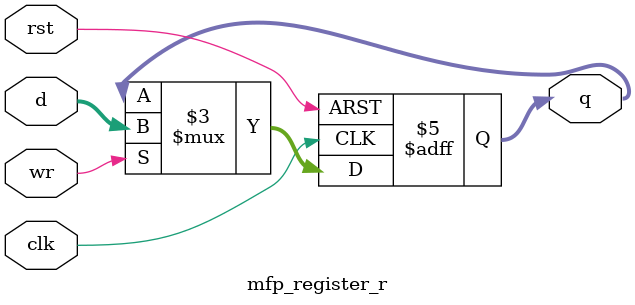
<source format=v>


module mfp_register_r
#(
    parameter WIDTH = 32,
    parameter RESET = { WIDTH { 1'b0 } }
)
(
    input                        clk,
    input                        rst,
    input      [ WIDTH - 1 : 0 ] d,
    input                        wr,
    output reg [ WIDTH - 1 : 0 ] q
);
    always @ (posedge clk or negedge rst)
        if(~rst)
            q <= RESET;
        else
            if(wr) q <= d;
endmodule

</source>
